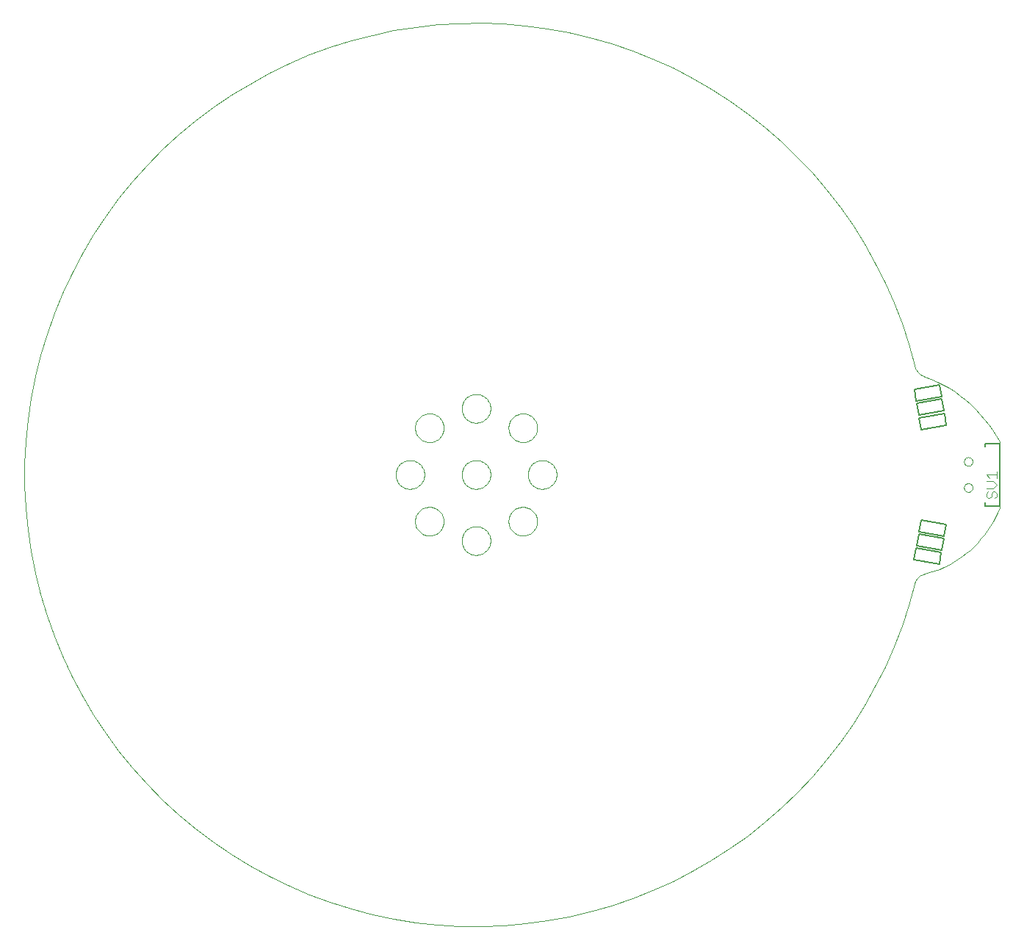
<source format=gto>
G75*
G70*
%OFA0B0*%
%FSLAX24Y24*%
%IPPOS*%
%LPD*%
%AMOC8*
5,1,8,0,0,1.08239X$1,22.5*
%
%ADD10C,0.0010*%
%ADD11C,0.0000*%
%ADD12C,0.0050*%
%ADD13C,0.0040*%
%ADD14C,0.0080*%
D10*
X040496Y015646D02*
X040231Y014683D01*
X039920Y013735D01*
X039562Y012803D01*
X039160Y011890D01*
X038714Y010997D01*
X038225Y010127D01*
X037694Y009282D01*
X037122Y008463D01*
X036512Y007674D01*
X035864Y006915D01*
X035179Y006188D01*
X034460Y005496D01*
X033708Y004839D01*
X032925Y004220D01*
X032113Y003640D01*
X031274Y003100D01*
X030409Y002601D01*
X029521Y002146D01*
X028612Y001733D01*
X027684Y001366D01*
X026739Y001044D01*
X025780Y000769D01*
X024808Y000541D01*
X023827Y000360D01*
X022838Y000227D01*
X021843Y000142D01*
X020846Y000106D01*
X019847Y000119D01*
X018851Y000180D01*
X017859Y000290D01*
X016874Y000447D01*
X015897Y000653D01*
X014931Y000906D01*
X013979Y001205D01*
X013043Y001551D01*
X012124Y001941D01*
X011226Y002376D01*
X010350Y002854D01*
X009498Y003375D01*
X008672Y003936D01*
X007875Y004536D01*
X007108Y005175D01*
X006373Y005850D01*
X005672Y006560D01*
X005006Y007304D01*
X004377Y008079D01*
X003787Y008884D01*
X003236Y009716D01*
X002727Y010574D01*
X002260Y011457D01*
X001836Y012360D01*
X001457Y013284D01*
X001123Y014224D01*
X000836Y015180D01*
X000595Y016149D01*
X000402Y017128D01*
X000257Y018116D01*
X000160Y019109D01*
X000111Y020106D01*
X000111Y021104D01*
X000160Y022101D01*
X000257Y023094D01*
X000402Y024082D01*
X000595Y025061D01*
X000836Y026030D01*
X001123Y026986D01*
X001457Y027926D01*
X001836Y028850D01*
X002260Y029753D01*
X002727Y030636D01*
X003236Y031494D01*
X003787Y032326D01*
X004377Y033131D01*
X005006Y033906D01*
X005672Y034650D01*
X006373Y035360D01*
X007108Y036035D01*
X007875Y036674D01*
X008672Y037274D01*
X009498Y037835D01*
X010350Y038356D01*
X011226Y038834D01*
X012124Y039269D01*
X013043Y039659D01*
X013979Y040005D01*
X014931Y040304D01*
X015897Y040557D01*
X016874Y040763D01*
X017859Y040920D01*
X018851Y041030D01*
X019847Y041091D01*
X020846Y041104D01*
X021843Y041068D01*
X022838Y040983D01*
X023827Y040850D01*
X024808Y040669D01*
X025780Y040441D01*
X026739Y040166D01*
X027684Y039844D01*
X028612Y039477D01*
X029521Y039064D01*
X030409Y038609D01*
X031274Y038110D01*
X032113Y037570D01*
X032925Y036990D01*
X033708Y036371D01*
X034460Y035714D01*
X035179Y035022D01*
X035864Y034295D01*
X036512Y033536D01*
X037122Y032747D01*
X037694Y031928D01*
X038225Y031083D01*
X038714Y030213D01*
X039160Y029320D01*
X039562Y028407D01*
X039920Y027475D01*
X040231Y026527D01*
X040496Y025564D01*
X040510Y025515D01*
X040527Y025467D01*
X040548Y025421D01*
X040572Y025376D01*
X040599Y025333D01*
X040629Y025291D01*
X040662Y025252D01*
X040697Y025216D01*
X040735Y025182D01*
X040775Y025150D01*
X040817Y025122D01*
X040862Y025096D01*
X040907Y025074D01*
X040955Y025055D01*
X044355Y022105D02*
X044355Y019105D01*
X040955Y016105D02*
X040908Y016091D01*
X040862Y016074D01*
X040818Y016054D01*
X040776Y016030D01*
X040736Y016002D01*
X040697Y015972D01*
X040662Y015939D01*
X040629Y015903D01*
X040598Y015865D01*
X040571Y015825D01*
X040547Y015782D01*
X040527Y015738D01*
X040509Y015692D01*
X040496Y015646D01*
X044355Y022105D02*
X044204Y022372D01*
X044040Y022632D01*
X043864Y022883D01*
X043676Y023125D01*
X043476Y023358D01*
X043265Y023581D01*
X043043Y023793D01*
X042811Y023994D01*
X042570Y024183D01*
X042319Y024361D01*
X042061Y024526D01*
X041794Y024678D01*
X041521Y024818D01*
X041241Y024943D01*
X040955Y025055D01*
X044355Y019105D02*
X044265Y018887D01*
X044164Y018674D01*
X044053Y018467D01*
X043932Y018264D01*
X043802Y018068D01*
X043663Y017878D01*
X043515Y017695D01*
X043358Y017519D01*
X043193Y017351D01*
X043020Y017191D01*
X042840Y017039D01*
X042652Y016896D01*
X042459Y016763D01*
X042258Y016638D01*
X042053Y016524D01*
X041842Y016419D01*
X041626Y016325D01*
X041406Y016241D01*
X041182Y016167D01*
X040955Y016105D01*
D11*
X017834Y018484D02*
X017836Y018534D01*
X017842Y018584D01*
X017852Y018634D01*
X017865Y018682D01*
X017882Y018730D01*
X017903Y018776D01*
X017927Y018820D01*
X017955Y018862D01*
X017986Y018902D01*
X018020Y018939D01*
X018057Y018974D01*
X018096Y019005D01*
X018137Y019034D01*
X018181Y019059D01*
X018227Y019081D01*
X018274Y019099D01*
X018322Y019113D01*
X018371Y019124D01*
X018421Y019131D01*
X018471Y019134D01*
X018522Y019133D01*
X018572Y019128D01*
X018622Y019119D01*
X018670Y019107D01*
X018718Y019090D01*
X018764Y019070D01*
X018809Y019047D01*
X018852Y019020D01*
X018892Y018990D01*
X018930Y018957D01*
X018965Y018921D01*
X018998Y018882D01*
X019027Y018841D01*
X019053Y018798D01*
X019076Y018753D01*
X019095Y018706D01*
X019110Y018658D01*
X019122Y018609D01*
X019130Y018559D01*
X019134Y018509D01*
X019134Y018459D01*
X019130Y018409D01*
X019122Y018359D01*
X019110Y018310D01*
X019095Y018262D01*
X019076Y018215D01*
X019053Y018170D01*
X019027Y018127D01*
X018998Y018086D01*
X018965Y018047D01*
X018930Y018011D01*
X018892Y017978D01*
X018852Y017948D01*
X018809Y017921D01*
X018764Y017898D01*
X018718Y017878D01*
X018670Y017861D01*
X018622Y017849D01*
X018572Y017840D01*
X018522Y017835D01*
X018471Y017834D01*
X018421Y017837D01*
X018371Y017844D01*
X018322Y017855D01*
X018274Y017869D01*
X018227Y017887D01*
X018181Y017909D01*
X018137Y017934D01*
X018096Y017963D01*
X018057Y017994D01*
X018020Y018029D01*
X017986Y018066D01*
X017955Y018106D01*
X017927Y018148D01*
X017903Y018192D01*
X017882Y018238D01*
X017865Y018286D01*
X017852Y018334D01*
X017842Y018384D01*
X017836Y018434D01*
X017834Y018484D01*
X016955Y020605D02*
X016957Y020655D01*
X016963Y020705D01*
X016973Y020755D01*
X016986Y020803D01*
X017003Y020851D01*
X017024Y020897D01*
X017048Y020941D01*
X017076Y020983D01*
X017107Y021023D01*
X017141Y021060D01*
X017178Y021095D01*
X017217Y021126D01*
X017258Y021155D01*
X017302Y021180D01*
X017348Y021202D01*
X017395Y021220D01*
X017443Y021234D01*
X017492Y021245D01*
X017542Y021252D01*
X017592Y021255D01*
X017643Y021254D01*
X017693Y021249D01*
X017743Y021240D01*
X017791Y021228D01*
X017839Y021211D01*
X017885Y021191D01*
X017930Y021168D01*
X017973Y021141D01*
X018013Y021111D01*
X018051Y021078D01*
X018086Y021042D01*
X018119Y021003D01*
X018148Y020962D01*
X018174Y020919D01*
X018197Y020874D01*
X018216Y020827D01*
X018231Y020779D01*
X018243Y020730D01*
X018251Y020680D01*
X018255Y020630D01*
X018255Y020580D01*
X018251Y020530D01*
X018243Y020480D01*
X018231Y020431D01*
X018216Y020383D01*
X018197Y020336D01*
X018174Y020291D01*
X018148Y020248D01*
X018119Y020207D01*
X018086Y020168D01*
X018051Y020132D01*
X018013Y020099D01*
X017973Y020069D01*
X017930Y020042D01*
X017885Y020019D01*
X017839Y019999D01*
X017791Y019982D01*
X017743Y019970D01*
X017693Y019961D01*
X017643Y019956D01*
X017592Y019955D01*
X017542Y019958D01*
X017492Y019965D01*
X017443Y019976D01*
X017395Y019990D01*
X017348Y020008D01*
X017302Y020030D01*
X017258Y020055D01*
X017217Y020084D01*
X017178Y020115D01*
X017141Y020150D01*
X017107Y020187D01*
X017076Y020227D01*
X017048Y020269D01*
X017024Y020313D01*
X017003Y020359D01*
X016986Y020407D01*
X016973Y020455D01*
X016963Y020505D01*
X016957Y020555D01*
X016955Y020605D01*
X017834Y022726D02*
X017836Y022776D01*
X017842Y022826D01*
X017852Y022876D01*
X017865Y022924D01*
X017882Y022972D01*
X017903Y023018D01*
X017927Y023062D01*
X017955Y023104D01*
X017986Y023144D01*
X018020Y023181D01*
X018057Y023216D01*
X018096Y023247D01*
X018137Y023276D01*
X018181Y023301D01*
X018227Y023323D01*
X018274Y023341D01*
X018322Y023355D01*
X018371Y023366D01*
X018421Y023373D01*
X018471Y023376D01*
X018522Y023375D01*
X018572Y023370D01*
X018622Y023361D01*
X018670Y023349D01*
X018718Y023332D01*
X018764Y023312D01*
X018809Y023289D01*
X018852Y023262D01*
X018892Y023232D01*
X018930Y023199D01*
X018965Y023163D01*
X018998Y023124D01*
X019027Y023083D01*
X019053Y023040D01*
X019076Y022995D01*
X019095Y022948D01*
X019110Y022900D01*
X019122Y022851D01*
X019130Y022801D01*
X019134Y022751D01*
X019134Y022701D01*
X019130Y022651D01*
X019122Y022601D01*
X019110Y022552D01*
X019095Y022504D01*
X019076Y022457D01*
X019053Y022412D01*
X019027Y022369D01*
X018998Y022328D01*
X018965Y022289D01*
X018930Y022253D01*
X018892Y022220D01*
X018852Y022190D01*
X018809Y022163D01*
X018764Y022140D01*
X018718Y022120D01*
X018670Y022103D01*
X018622Y022091D01*
X018572Y022082D01*
X018522Y022077D01*
X018471Y022076D01*
X018421Y022079D01*
X018371Y022086D01*
X018322Y022097D01*
X018274Y022111D01*
X018227Y022129D01*
X018181Y022151D01*
X018137Y022176D01*
X018096Y022205D01*
X018057Y022236D01*
X018020Y022271D01*
X017986Y022308D01*
X017955Y022348D01*
X017927Y022390D01*
X017903Y022434D01*
X017882Y022480D01*
X017865Y022528D01*
X017852Y022576D01*
X017842Y022626D01*
X017836Y022676D01*
X017834Y022726D01*
X019955Y023605D02*
X019957Y023655D01*
X019963Y023705D01*
X019973Y023755D01*
X019986Y023803D01*
X020003Y023851D01*
X020024Y023897D01*
X020048Y023941D01*
X020076Y023983D01*
X020107Y024023D01*
X020141Y024060D01*
X020178Y024095D01*
X020217Y024126D01*
X020258Y024155D01*
X020302Y024180D01*
X020348Y024202D01*
X020395Y024220D01*
X020443Y024234D01*
X020492Y024245D01*
X020542Y024252D01*
X020592Y024255D01*
X020643Y024254D01*
X020693Y024249D01*
X020743Y024240D01*
X020791Y024228D01*
X020839Y024211D01*
X020885Y024191D01*
X020930Y024168D01*
X020973Y024141D01*
X021013Y024111D01*
X021051Y024078D01*
X021086Y024042D01*
X021119Y024003D01*
X021148Y023962D01*
X021174Y023919D01*
X021197Y023874D01*
X021216Y023827D01*
X021231Y023779D01*
X021243Y023730D01*
X021251Y023680D01*
X021255Y023630D01*
X021255Y023580D01*
X021251Y023530D01*
X021243Y023480D01*
X021231Y023431D01*
X021216Y023383D01*
X021197Y023336D01*
X021174Y023291D01*
X021148Y023248D01*
X021119Y023207D01*
X021086Y023168D01*
X021051Y023132D01*
X021013Y023099D01*
X020973Y023069D01*
X020930Y023042D01*
X020885Y023019D01*
X020839Y022999D01*
X020791Y022982D01*
X020743Y022970D01*
X020693Y022961D01*
X020643Y022956D01*
X020592Y022955D01*
X020542Y022958D01*
X020492Y022965D01*
X020443Y022976D01*
X020395Y022990D01*
X020348Y023008D01*
X020302Y023030D01*
X020258Y023055D01*
X020217Y023084D01*
X020178Y023115D01*
X020141Y023150D01*
X020107Y023187D01*
X020076Y023227D01*
X020048Y023269D01*
X020024Y023313D01*
X020003Y023359D01*
X019986Y023407D01*
X019973Y023455D01*
X019963Y023505D01*
X019957Y023555D01*
X019955Y023605D01*
X022076Y022726D02*
X022078Y022776D01*
X022084Y022826D01*
X022094Y022876D01*
X022107Y022924D01*
X022124Y022972D01*
X022145Y023018D01*
X022169Y023062D01*
X022197Y023104D01*
X022228Y023144D01*
X022262Y023181D01*
X022299Y023216D01*
X022338Y023247D01*
X022379Y023276D01*
X022423Y023301D01*
X022469Y023323D01*
X022516Y023341D01*
X022564Y023355D01*
X022613Y023366D01*
X022663Y023373D01*
X022713Y023376D01*
X022764Y023375D01*
X022814Y023370D01*
X022864Y023361D01*
X022912Y023349D01*
X022960Y023332D01*
X023006Y023312D01*
X023051Y023289D01*
X023094Y023262D01*
X023134Y023232D01*
X023172Y023199D01*
X023207Y023163D01*
X023240Y023124D01*
X023269Y023083D01*
X023295Y023040D01*
X023318Y022995D01*
X023337Y022948D01*
X023352Y022900D01*
X023364Y022851D01*
X023372Y022801D01*
X023376Y022751D01*
X023376Y022701D01*
X023372Y022651D01*
X023364Y022601D01*
X023352Y022552D01*
X023337Y022504D01*
X023318Y022457D01*
X023295Y022412D01*
X023269Y022369D01*
X023240Y022328D01*
X023207Y022289D01*
X023172Y022253D01*
X023134Y022220D01*
X023094Y022190D01*
X023051Y022163D01*
X023006Y022140D01*
X022960Y022120D01*
X022912Y022103D01*
X022864Y022091D01*
X022814Y022082D01*
X022764Y022077D01*
X022713Y022076D01*
X022663Y022079D01*
X022613Y022086D01*
X022564Y022097D01*
X022516Y022111D01*
X022469Y022129D01*
X022423Y022151D01*
X022379Y022176D01*
X022338Y022205D01*
X022299Y022236D01*
X022262Y022271D01*
X022228Y022308D01*
X022197Y022348D01*
X022169Y022390D01*
X022145Y022434D01*
X022124Y022480D01*
X022107Y022528D01*
X022094Y022576D01*
X022084Y022626D01*
X022078Y022676D01*
X022076Y022726D01*
X019955Y020605D02*
X019957Y020655D01*
X019963Y020705D01*
X019973Y020755D01*
X019986Y020803D01*
X020003Y020851D01*
X020024Y020897D01*
X020048Y020941D01*
X020076Y020983D01*
X020107Y021023D01*
X020141Y021060D01*
X020178Y021095D01*
X020217Y021126D01*
X020258Y021155D01*
X020302Y021180D01*
X020348Y021202D01*
X020395Y021220D01*
X020443Y021234D01*
X020492Y021245D01*
X020542Y021252D01*
X020592Y021255D01*
X020643Y021254D01*
X020693Y021249D01*
X020743Y021240D01*
X020791Y021228D01*
X020839Y021211D01*
X020885Y021191D01*
X020930Y021168D01*
X020973Y021141D01*
X021013Y021111D01*
X021051Y021078D01*
X021086Y021042D01*
X021119Y021003D01*
X021148Y020962D01*
X021174Y020919D01*
X021197Y020874D01*
X021216Y020827D01*
X021231Y020779D01*
X021243Y020730D01*
X021251Y020680D01*
X021255Y020630D01*
X021255Y020580D01*
X021251Y020530D01*
X021243Y020480D01*
X021231Y020431D01*
X021216Y020383D01*
X021197Y020336D01*
X021174Y020291D01*
X021148Y020248D01*
X021119Y020207D01*
X021086Y020168D01*
X021051Y020132D01*
X021013Y020099D01*
X020973Y020069D01*
X020930Y020042D01*
X020885Y020019D01*
X020839Y019999D01*
X020791Y019982D01*
X020743Y019970D01*
X020693Y019961D01*
X020643Y019956D01*
X020592Y019955D01*
X020542Y019958D01*
X020492Y019965D01*
X020443Y019976D01*
X020395Y019990D01*
X020348Y020008D01*
X020302Y020030D01*
X020258Y020055D01*
X020217Y020084D01*
X020178Y020115D01*
X020141Y020150D01*
X020107Y020187D01*
X020076Y020227D01*
X020048Y020269D01*
X020024Y020313D01*
X020003Y020359D01*
X019986Y020407D01*
X019973Y020455D01*
X019963Y020505D01*
X019957Y020555D01*
X019955Y020605D01*
X022076Y018484D02*
X022078Y018534D01*
X022084Y018584D01*
X022094Y018634D01*
X022107Y018682D01*
X022124Y018730D01*
X022145Y018776D01*
X022169Y018820D01*
X022197Y018862D01*
X022228Y018902D01*
X022262Y018939D01*
X022299Y018974D01*
X022338Y019005D01*
X022379Y019034D01*
X022423Y019059D01*
X022469Y019081D01*
X022516Y019099D01*
X022564Y019113D01*
X022613Y019124D01*
X022663Y019131D01*
X022713Y019134D01*
X022764Y019133D01*
X022814Y019128D01*
X022864Y019119D01*
X022912Y019107D01*
X022960Y019090D01*
X023006Y019070D01*
X023051Y019047D01*
X023094Y019020D01*
X023134Y018990D01*
X023172Y018957D01*
X023207Y018921D01*
X023240Y018882D01*
X023269Y018841D01*
X023295Y018798D01*
X023318Y018753D01*
X023337Y018706D01*
X023352Y018658D01*
X023364Y018609D01*
X023372Y018559D01*
X023376Y018509D01*
X023376Y018459D01*
X023372Y018409D01*
X023364Y018359D01*
X023352Y018310D01*
X023337Y018262D01*
X023318Y018215D01*
X023295Y018170D01*
X023269Y018127D01*
X023240Y018086D01*
X023207Y018047D01*
X023172Y018011D01*
X023134Y017978D01*
X023094Y017948D01*
X023051Y017921D01*
X023006Y017898D01*
X022960Y017878D01*
X022912Y017861D01*
X022864Y017849D01*
X022814Y017840D01*
X022764Y017835D01*
X022713Y017834D01*
X022663Y017837D01*
X022613Y017844D01*
X022564Y017855D01*
X022516Y017869D01*
X022469Y017887D01*
X022423Y017909D01*
X022379Y017934D01*
X022338Y017963D01*
X022299Y017994D01*
X022262Y018029D01*
X022228Y018066D01*
X022197Y018106D01*
X022169Y018148D01*
X022145Y018192D01*
X022124Y018238D01*
X022107Y018286D01*
X022094Y018334D01*
X022084Y018384D01*
X022078Y018434D01*
X022076Y018484D01*
X019955Y017605D02*
X019957Y017655D01*
X019963Y017705D01*
X019973Y017755D01*
X019986Y017803D01*
X020003Y017851D01*
X020024Y017897D01*
X020048Y017941D01*
X020076Y017983D01*
X020107Y018023D01*
X020141Y018060D01*
X020178Y018095D01*
X020217Y018126D01*
X020258Y018155D01*
X020302Y018180D01*
X020348Y018202D01*
X020395Y018220D01*
X020443Y018234D01*
X020492Y018245D01*
X020542Y018252D01*
X020592Y018255D01*
X020643Y018254D01*
X020693Y018249D01*
X020743Y018240D01*
X020791Y018228D01*
X020839Y018211D01*
X020885Y018191D01*
X020930Y018168D01*
X020973Y018141D01*
X021013Y018111D01*
X021051Y018078D01*
X021086Y018042D01*
X021119Y018003D01*
X021148Y017962D01*
X021174Y017919D01*
X021197Y017874D01*
X021216Y017827D01*
X021231Y017779D01*
X021243Y017730D01*
X021251Y017680D01*
X021255Y017630D01*
X021255Y017580D01*
X021251Y017530D01*
X021243Y017480D01*
X021231Y017431D01*
X021216Y017383D01*
X021197Y017336D01*
X021174Y017291D01*
X021148Y017248D01*
X021119Y017207D01*
X021086Y017168D01*
X021051Y017132D01*
X021013Y017099D01*
X020973Y017069D01*
X020930Y017042D01*
X020885Y017019D01*
X020839Y016999D01*
X020791Y016982D01*
X020743Y016970D01*
X020693Y016961D01*
X020643Y016956D01*
X020592Y016955D01*
X020542Y016958D01*
X020492Y016965D01*
X020443Y016976D01*
X020395Y016990D01*
X020348Y017008D01*
X020302Y017030D01*
X020258Y017055D01*
X020217Y017084D01*
X020178Y017115D01*
X020141Y017150D01*
X020107Y017187D01*
X020076Y017227D01*
X020048Y017269D01*
X020024Y017313D01*
X020003Y017359D01*
X019986Y017407D01*
X019973Y017455D01*
X019963Y017505D01*
X019957Y017555D01*
X019955Y017605D01*
X022955Y020605D02*
X022957Y020655D01*
X022963Y020705D01*
X022973Y020755D01*
X022986Y020803D01*
X023003Y020851D01*
X023024Y020897D01*
X023048Y020941D01*
X023076Y020983D01*
X023107Y021023D01*
X023141Y021060D01*
X023178Y021095D01*
X023217Y021126D01*
X023258Y021155D01*
X023302Y021180D01*
X023348Y021202D01*
X023395Y021220D01*
X023443Y021234D01*
X023492Y021245D01*
X023542Y021252D01*
X023592Y021255D01*
X023643Y021254D01*
X023693Y021249D01*
X023743Y021240D01*
X023791Y021228D01*
X023839Y021211D01*
X023885Y021191D01*
X023930Y021168D01*
X023973Y021141D01*
X024013Y021111D01*
X024051Y021078D01*
X024086Y021042D01*
X024119Y021003D01*
X024148Y020962D01*
X024174Y020919D01*
X024197Y020874D01*
X024216Y020827D01*
X024231Y020779D01*
X024243Y020730D01*
X024251Y020680D01*
X024255Y020630D01*
X024255Y020580D01*
X024251Y020530D01*
X024243Y020480D01*
X024231Y020431D01*
X024216Y020383D01*
X024197Y020336D01*
X024174Y020291D01*
X024148Y020248D01*
X024119Y020207D01*
X024086Y020168D01*
X024051Y020132D01*
X024013Y020099D01*
X023973Y020069D01*
X023930Y020042D01*
X023885Y020019D01*
X023839Y019999D01*
X023791Y019982D01*
X023743Y019970D01*
X023693Y019961D01*
X023643Y019956D01*
X023592Y019955D01*
X023542Y019958D01*
X023492Y019965D01*
X023443Y019976D01*
X023395Y019990D01*
X023348Y020008D01*
X023302Y020030D01*
X023258Y020055D01*
X023217Y020084D01*
X023178Y020115D01*
X023141Y020150D01*
X023107Y020187D01*
X023076Y020227D01*
X023048Y020269D01*
X023024Y020313D01*
X023003Y020359D01*
X022986Y020407D01*
X022973Y020455D01*
X022963Y020505D01*
X022957Y020555D01*
X022955Y020605D01*
X042741Y020014D02*
X042743Y020041D01*
X042749Y020068D01*
X042758Y020094D01*
X042771Y020118D01*
X042787Y020141D01*
X042806Y020160D01*
X042828Y020177D01*
X042852Y020191D01*
X042877Y020201D01*
X042904Y020208D01*
X042931Y020211D01*
X042959Y020210D01*
X042986Y020205D01*
X043012Y020197D01*
X043036Y020185D01*
X043059Y020169D01*
X043080Y020151D01*
X043097Y020130D01*
X043112Y020106D01*
X043123Y020081D01*
X043131Y020055D01*
X043135Y020028D01*
X043135Y020000D01*
X043131Y019973D01*
X043123Y019947D01*
X043112Y019922D01*
X043097Y019898D01*
X043080Y019877D01*
X043059Y019859D01*
X043037Y019843D01*
X043012Y019831D01*
X042986Y019823D01*
X042959Y019818D01*
X042931Y019817D01*
X042904Y019820D01*
X042877Y019827D01*
X042852Y019837D01*
X042828Y019851D01*
X042806Y019868D01*
X042787Y019887D01*
X042771Y019910D01*
X042758Y019934D01*
X042749Y019960D01*
X042743Y019987D01*
X042741Y020014D01*
X042741Y021196D02*
X042743Y021223D01*
X042749Y021250D01*
X042758Y021276D01*
X042771Y021300D01*
X042787Y021323D01*
X042806Y021342D01*
X042828Y021359D01*
X042852Y021373D01*
X042877Y021383D01*
X042904Y021390D01*
X042931Y021393D01*
X042959Y021392D01*
X042986Y021387D01*
X043012Y021379D01*
X043036Y021367D01*
X043059Y021351D01*
X043080Y021333D01*
X043097Y021312D01*
X043112Y021288D01*
X043123Y021263D01*
X043131Y021237D01*
X043135Y021210D01*
X043135Y021182D01*
X043131Y021155D01*
X043123Y021129D01*
X043112Y021104D01*
X043097Y021080D01*
X043080Y021059D01*
X043059Y021041D01*
X043037Y021025D01*
X043012Y021013D01*
X042986Y021005D01*
X042959Y021000D01*
X042931Y020999D01*
X042904Y021002D01*
X042877Y021009D01*
X042852Y021019D01*
X042828Y021033D01*
X042806Y021050D01*
X042787Y021069D01*
X042771Y021092D01*
X042758Y021116D01*
X042749Y021142D01*
X042743Y021169D01*
X042741Y021196D01*
D12*
X043686Y021865D02*
X043686Y022022D01*
X044355Y022022D01*
X044355Y019188D01*
X043686Y019188D01*
X043686Y019345D01*
D13*
X043833Y019526D02*
X043910Y019526D01*
X043987Y019603D01*
X043987Y019756D01*
X044064Y019833D01*
X044140Y019833D01*
X044217Y019756D01*
X044217Y019603D01*
X044140Y019526D01*
X043833Y019526D02*
X043757Y019603D01*
X043757Y019756D01*
X043833Y019833D01*
X043757Y019986D02*
X044064Y019986D01*
X044217Y020140D01*
X044064Y020293D01*
X043757Y020293D01*
X043910Y020447D02*
X043757Y020600D01*
X044217Y020600D01*
X044217Y020447D02*
X044217Y020754D01*
D14*
X041948Y022857D02*
X041855Y023389D01*
X040712Y023187D01*
X040806Y022656D01*
X041948Y022857D01*
X041836Y023497D02*
X041742Y024029D01*
X040599Y023828D01*
X040693Y023296D01*
X041836Y023497D01*
X041723Y024137D02*
X041629Y024669D01*
X040487Y024468D01*
X040580Y023936D01*
X041723Y024137D01*
X040798Y018553D02*
X041940Y018351D01*
X041846Y017819D01*
X040704Y018021D01*
X040798Y018553D01*
X040685Y017912D02*
X041827Y017711D01*
X041733Y017179D01*
X040591Y017381D01*
X040685Y017912D01*
X040572Y017272D02*
X041714Y017071D01*
X041621Y016539D01*
X040478Y016741D01*
X040572Y017272D01*
M02*

</source>
